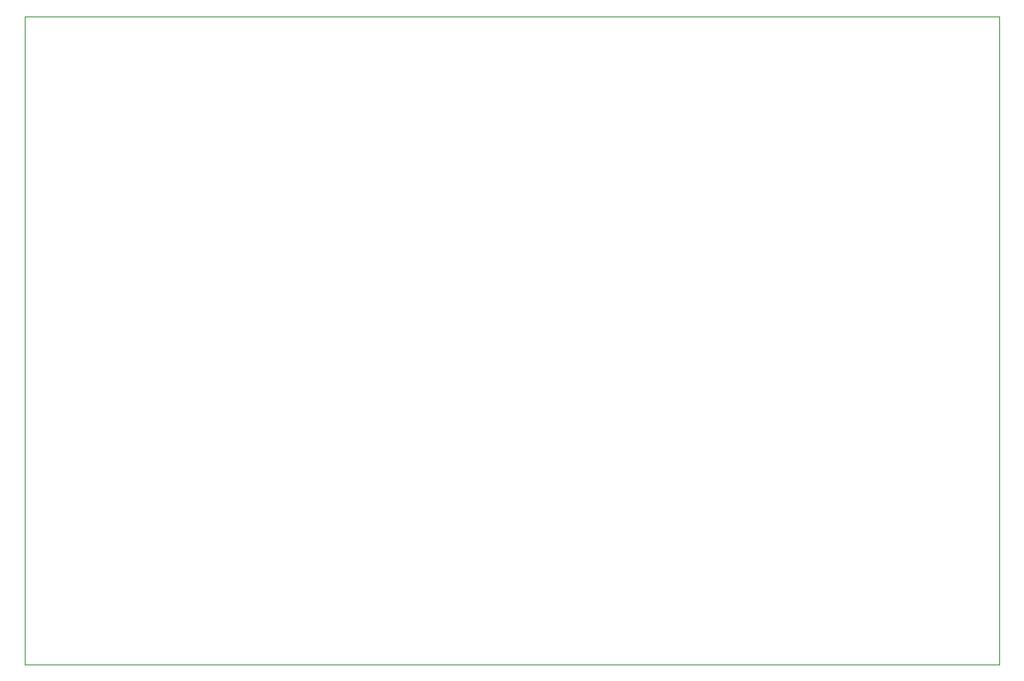
<source format=gbr>
G04 #@! TF.GenerationSoftware,KiCad,Pcbnew,(5.1.2)-1*
G04 #@! TF.CreationDate,2019-07-25T16:12:40-07:00*
G04 #@! TF.ProjectId,FIFO_P,4649464f-5f50-42e6-9b69-6361645f7063,rev?*
G04 #@! TF.SameCoordinates,Original*
G04 #@! TF.FileFunction,Profile,NP*
%FSLAX46Y46*%
G04 Gerber Fmt 4.6, Leading zero omitted, Abs format (unit mm)*
G04 Created by KiCad (PCBNEW (5.1.2)-1) date 2019-07-25 16:12:40*
%MOMM*%
%LPD*%
G04 APERTURE LIST*
%ADD10C,0.100000*%
G04 APERTURE END LIST*
D10*
X69750000Y-66000000D02*
X69750000Y-132500000D01*
X169750000Y-132500000D02*
X69750000Y-132500000D01*
X169750000Y-66000000D02*
X169750000Y-132500000D01*
X69750000Y-66000000D02*
X169750000Y-66000000D01*
M02*

</source>
